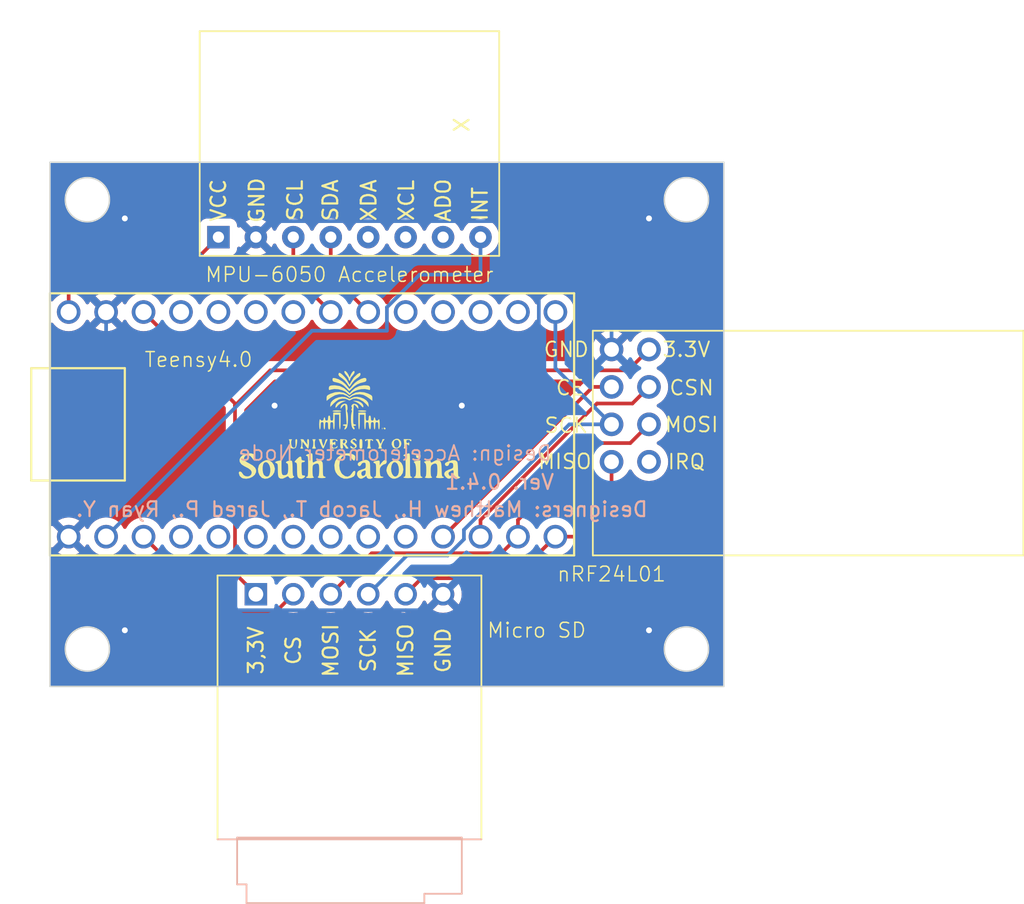
<source format=kicad_pcb>
(kicad_pcb (version 20221018) (generator pcbnew)
  (layers (0 "F.Cu" signal) (31 "B.Cu" signal) (34 "B.Paste" user) (35 "F.Paste" user) (36 "B.SilkS" user "B.Silkscreen") (37 "F.SilkS" user "F.Silkscreen") (38 "B.Mask" user) (39 "F.Mask" user) (44 "Edge.Cuts" user))
  (net 0 "")
  (net 1 "Net-(A1-VCC)")
  (net 2 "Net-(A1-SCL)")
  (net 3 "Net-(A1-SDA)")
  (net 7 "Net-(A1-INT)")
  (net 8 "Net-(Micro_SD1-CLK)")
  (net 9 "Net-(Micro_SD1-MOSI)")
  (net 10 "Net-(Micro_SD1-3.3V)")
  (net 11 "Net-(Micro_SD1-CS)")
  (net 19 "Net-(U1-10_CS_MQSR)")
  (net 20 "Net-(U1-9_OUT1C)")
  (net 30 "GND")
  (net 31 "Net-(Micro_SD1-MISO)")
  (footprint "Arts:USC_logo" (layer "F.Cu") (at 69.85 63.5)
    (fp_text reference "G***" hide)
    (fp_text value "LOGO" hide)
  )
  (footprint "Arts:Teensy40_sensor_package_edit" (layer "F.Cu") (at 67.31 63.5)
    (fp_text reference "U1" hide)
    (fp_text value "Teensy4.0-teensy-ARTS-Lab")
    (pad "1" thru_hole circle (at -16.51 7.62) (size 1.6 1.6) (drill 1.1) (layers "*.Cu" "*.Mask") (net 30 "GND"))
    (pad "2" thru_hole circle (at -13.97 7.62) (size 1.6 1.6) (drill 1.1) (layers "*.Cu" "*.Mask") (net 7 "Net-(A1-INT)"))
    (pad "3" thru_hole circle (at -11.43 7.62) (size 1.6 1.6) (drill 1.1) (layers "*.Cu" "*.Mask") (net 11 "Net-(Micro_SD1-CS)"))
    (pad "4" thru_hole circle (at -8.89 7.62) (size 1.6 1.6) (drill 1.1) (layers "*.Cu" "*.Mask"))
    (pad "5" thru_hole circle (at -6.35 7.62) (size 1.6 1.6) (drill 1.1) (layers "*.Cu" "*.Mask"))
    (pad "6" thru_hole circle (at -3.81 7.62) (size 1.6 1.6) (drill 1.1) (layers "*.Cu" "*.Mask"))
    (pad "7" thru_hole circle (at -1.27 7.62) (size 1.6 1.6) (drill 1.1) (layers "*.Cu" "*.Mask"))
    (pad "8" thru_hole circle (at 1.27 7.62) (size 1.6 1.6) (drill 1.1) (layers "*.Cu" "*.Mask"))
    (pad "9" thru_hole circle (at 3.81 7.62) (size 1.6 1.6) (drill 1.1) (layers "*.Cu" "*.Mask"))
    (pad "10" thru_hole circle (at 6.35 7.62) (size 1.6 1.6) (drill 1.1) (layers "*.Cu" "*.Mask"))
    (pad "11" thru_hole circle (at 8.89 7.62) (size 1.6 1.6) (drill 1.1) (layers "*.Cu" "*.Mask") (net 20 "Net-(U1-9_OUT1C)"))
    (pad "12" thru_hole circle (at 11.43 7.62) (size 1.6 1.6) (drill 1.1) (layers "*.Cu" "*.Mask") (net 19 "Net-(U1-10_CS_MQSR)"))
    (pad "13" thru_hole circle (at 13.97 7.62) (size 1.6 1.6) (drill 1.1) (layers "*.Cu" "*.Mask") (net 9 "Net-(Micro_SD1-MOSI)"))
    (pad "14" thru_hole circle (at 16.51 7.62) (size 1.6 1.6) (drill 1.1) (layers "*.Cu" "*.Mask") (net 31 "Net-(Micro_SD1-MISO)"))
    (pad "20" thru_hole circle (at 16.51 -7.62) (size 1.6 1.6) (drill 1.1) (layers "*.Cu" "*.Mask") (net 8 "Net-(Micro_SD1-CLK)"))
    (pad "21" thru_hole circle (at 13.97 -7.62) (size 1.6 1.6) (drill 1.1) (layers "*.Cu" "*.Mask"))
    (pad "22" thru_hole circle (at 11.43 -7.62) (size 1.6 1.6) (drill 1.1) (layers "*.Cu" "*.Mask"))
    (pad "23" thru_hole circle (at 8.89 -7.62) (size 1.6 1.6) (drill 1.1) (layers "*.Cu" "*.Mask"))
    (pad "24" thru_hole circle (at 6.35 -7.62) (size 1.6 1.6) (drill 1.1) (layers "*.Cu" "*.Mask"))
    (pad "25" thru_hole circle (at 3.81 -7.62) (size 1.6 1.6) (drill 1.1) (layers "*.Cu" "*.Mask") (net 3 "Net-(A1-SDA)"))
    (pad "26" thru_hole circle (at 1.27 -7.62) (size 1.6 1.6) (drill 1.1) (layers "*.Cu" "*.Mask") (net 2 "Net-(A1-SCL)"))
    (pad "27" thru_hole circle (at -1.27 -7.62) (size 1.6 1.6) (drill 1.1) (layers "*.Cu" "*.Mask"))
    (pad "28" thru_hole circle (at -3.81 -7.62) (size 1.6 1.6) (drill 1.1) (layers "*.Cu" "*.Mask"))
    (pad "29" thru_hole circle (at -6.35 -7.62) (size 1.6 1.6) (drill 1.1) (layers "*.Cu" "*.Mask"))
    (pad "30" thru_hole circle (at -8.89 -7.62) (size 1.6 1.6) (drill 1.1) (layers "*.Cu" "*.Mask"))
    (pad "31" thru_hole circle (at -11.43 -7.62) (size 1.6 1.6) (drill 1.1) (layers "*.Cu" "*.Mask") (net 10 "Net-(Micro_SD1-3.3V)"))
    (pad "32" thru_hole circle (at -13.97 -7.62) (size 1.6 1.6) (drill 1.1) (layers "*.Cu" "*.Mask") (net 30 "GND"))
    (pad "33" thru_hole circle (at -16.51 -7.62) (size 1.6 1.6) (drill 1.1) (layers "*.Cu" "*.Mask") (net 1 "Net-(A1-VCC)"))
  )
  (footprint "Stuff:MPU6050_Sensor_package_edit" (layer "F.Cu") (at 60.96 50.8 90)
    (fp_text reference "MPU-6050 Accelerometer" (at -2.54 8.89 180) (layer "F.SilkS") (effects (font (thickness 0.1))))
    (fp_text value "MPU6050_Module")
    (fp_text user "VCC" (at 2.5 0 90) (layer "F.SilkS"))
    (fp_text user "SCL" (at 2.5 5.2 90) (layer "F.SilkS"))
    (fp_text user "GND" (at 2.5 2.6 90) (layer "F.SilkS"))
    (fp_text user "XCL" (at 2.5 12.75 90) (layer "F.SilkS"))
    (fp_text user "X" (at 7.62 16.51 90) (layer "F.SilkS"))
    (fp_text user "XDA" (at 2.5 10.2 90) (layer "F.SilkS"))
    (fp_text user "INT" (at 2.25 17.75 90) (layer "F.SilkS"))
    (fp_text user "ADO" (at 2.5 15.25 90) (layer "F.SilkS"))
    (fp_text user "SDA" (at 2.5 7.6 90) (layer "F.SilkS"))
    (pad "1" thru_hole rect (at 0 0 90) (size 1.524 1.524) (drill 0.762) (layers "*.Cu" "*.Mask") (net 1 "Net-(A1-VCC)"))
    (pad "2" thru_hole circle (at 0 2.54 90) (size 1.524 1.524) (drill 0.762) (layers "*.Cu" "*.Mask") (net 30 "GND"))
    (pad "3" thru_hole circle (at 0 5.08 90) (size 1.524 1.524) (drill 0.762) (layers "*.Cu" "*.Mask") (net 2 "Net-(A1-SCL)"))
    (pad "4" thru_hole circle (at 0 7.62 90) (size 1.524 1.524) (drill 0.762) (layers "*.Cu" "*.Mask") (net 3 "Net-(A1-SDA)"))
    (pad "5" thru_hole circle (at 0 10.16 90) (size 1.524 1.524) (drill 0.762) (layers "*.Cu" "*.Mask"))
    (pad "6" thru_hole circle (at 0 12.7 90) (size 1.524 1.524) (drill 0.762) (layers "*.Cu" "*.Mask"))
    (pad "7" thru_hole circle (at 0 15.24 90) (size 1.524 1.524) (drill 0.762) (layers "*.Cu" "*.Mask"))
    (pad "8" thru_hole circle (at 0 17.78 90) (size 1.524 1.524) (drill 0.762) (layers "*.Cu" "*.Mask") (net 7 "Net-(A1-INT)"))
  )
  (footprint "Arts:small_microSD_sensor_package_edit" (layer "F.Cu") (at 70.485 71.85)
    (fp_text reference "Micro SD" (at 12.065 5.62) (layer "F.SilkS") (effects (font (thickness 0.1))))
    (fp_text value "microSD_small-ARTS-Lab")
    (fp_text user "GND" (at 5.715 6.985 90) (layer "F.SilkS"))
    (fp_text user "CS" (at -4.445 6.985 90) (layer "F.SilkS"))
    (fp_text user "SCK" (at 0.635 6.985 90) (layer "F.SilkS"))
    (fp_text user "MISO" (at 3.175 6.985 90) (layer "F.SilkS"))
    (fp_text user "MOSI" (at -1.905 6.985 90) (layer "F.SilkS"))
    (fp_text user "3,3V" (at -6.985 6.985 90) (layer "F.SilkS"))
    (pad "1" thru_hole rect (at -6.985 3.175) (size 1.524 1.524) (drill 1) (layers "*.Cu" "*.Mask") (net 10 "Net-(Micro_SD1-3.3V)"))
    (pad "2" thru_hole circle (at -4.445 3.175) (size 1.524 1.524) (drill 1) (layers "*.Cu" "*.Mask") (net 11 "Net-(Micro_SD1-CS)"))
    (pad "3" thru_hole circle (at -1.905 3.175) (size 1.524 1.524) (drill 1) (layers "*.Cu" "*.Mask") (net 9 "Net-(Micro_SD1-MOSI)"))
    (pad "4" thru_hole circle (at 0.635 3.175) (size 1.524 1.524) (drill 1) (layers "*.Cu" "*.Mask") (net 8 "Net-(Micro_SD1-CLK)"))
    (pad "5" thru_hole circle (at 3.175 3.175) (size 1.524 1.524) (drill 1) (layers "*.Cu" "*.Mask") (net 31 "Net-(Micro_SD1-MISO)"))
    (pad "6" thru_hole circle (at 5.715 3.175) (size 1.524 1.524) (drill 1) (layers "*.Cu" "*.Mask") (net 30 "GND"))
  )
  (footprint "Arts:nRF24L01+_sensor_package_edit_V0_2" (layer "F.Cu") (at 99.06 64.77 -90)
    (fp_text reference "nRF24L01" (at 8.89 11.43 180) (layer "F.SilkS") (effects (font (thickness 0.1))))
    (fp_text value "nRF24L01+-ARTS-Lab")
    (fp_text user "IRQ" (at 1.27 6.35) (layer "F.SilkS") (effects (font (thickness 0.125))))
    (fp_text user "SCK" (at -1.2 14.5) (layer "F.SilkS") (effects (font (thickness 0.125))))
    (fp_text user "3.3V" (at -6.35 6.35) (layer "F.SilkS") (effects (font (thickness 0.125))))
    (fp_text user "MISO" (at 1.25 14.6) (layer "F.SilkS") (effects (font (thickness 0.125))))
    (fp_text user "CSN" (at -3.75 6) (layer "F.SilkS") (effects (font (thickness 0.125))))
    (fp_text user "CE" (at -3.75 14.25) (layer "F.SilkS") (effects (font (thickness 0.125))))
    (fp_text user "MOSI" (at -1.25 6) (layer "F.SilkS") (effects (font (thickness 0.125))))
    (fp_text user "GND" (at -6.35 14.5) (layer "F.SilkS") (effects (font (thickness 0.125))))
    (pad "1" thru_hole circle (at -6.35 8.89 270) (size 1.6 1.6) (drill 1) (layers "*.Cu" "*.Mask") (net 10 "Net-(Micro_SD1-3.3V)"))
    (pad "2" thru_hole circle (at -3.81 8.89 270) (size 1.6 1.6) (drill 1) (layers "*.Cu" "*.Mask") (net 19 "Net-(U1-10_CS_MQSR)"))
    (pad "3" thru_hole circle (at -1.27 8.89 270) (size 1.6 1.6) (drill 1) (layers "*.Cu" "*.Mask") (net 9 "Net-(Micro_SD1-MOSI)"))
    (pad "4" thru_hole circle (at 1.27 8.89 270) (size 1.6 1.6) (drill 1) (layers "*.Cu" "*.Mask"))
    (pad "5" thru_hole circle (at -6.35 11.43 270) (size 1.6 1.6) (drill 1) (layers "*.Cu" "*.Mask") (net 30 "GND"))
    (pad "6" thru_hole circle (at -3.81 11.43 270) (size 1.6 1.6) (drill 1) (layers "*.Cu" "*.Mask") (net 20 "Net-(U1-9_OUT1C)"))
    (pad "7" thru_hole circle (at -1.27 11.43 270) (size 1.6 1.6) (drill 1) (layers "*.Cu" "*.Mask") (net 8 "Net-(Micro_SD1-CLK)"))
    (pad "8" thru_hole circle (at 1.27 11.43 270) (size 1.6 1.6) (drill 1) (layers "*.Cu" "*.Mask") (net 31 "Net-(Micro_SD1-MISO)"))
  )
  (gr_circle (center 52.07 48.26) (end 53.57 48.26) (stroke (width 0.1)) (fill none) (layer "Edge.Cuts"))
  (gr_rect (start 49.53 45.72) (end 95.25 81.28) (stroke (width 0.1)) (fill none) (layer "Edge.Cuts"))
  (gr_circle (center 92.71 78.74) (end 94.21 78.74) (stroke (width 0.1)) (fill none) (layer "Edge.Cuts"))
  (gr_circle (center 52.07 78.74) (end 53.57 78.74) (stroke (width 0.1)) (fill none) (layer "Edge.Cuts"))
  (gr_circle (center 92.71 48.26) (end 94.21 48.26) (stroke (width 0.1)) (fill none) (layer "Edge.Cuts"))
  (gr_text "Ver. 0.4.1" (at 83.82 68) (layer "B.SilkS") (effects (font (size 1 1)) (justify left bottom mirror)))
  (gr_text "Design: Accelerometer Node" (at 62.23 66.04) (layer "B.SilkS") (effects (font (size 1 1) (thickness 0.125)) (justify right bottom mirror)))
  (gr_text "Designers: Matthew H., Jacob T., Jared P., Ryan Y." (at 90.17 69.85) (layer "B.SilkS") (effects (font (size 1 1)) (justify left bottom mirror)))
  (gr_text "Teensy4.0" (at 55.88 59.69) (layer "F.SilkS") (effects (font (size 1 1) (thickness 0.1)) (justify left bottom)))
  (segment (start 50.8 53.34) (end 58.42 53.34) (width 0.25) (layer "F.Cu") (net 1))
  (segment (start 58.42 53.34) (end 60.96 50.8) (width 0.25) (layer "F.Cu") (net 1))
  (segment (start 50.8 55.88) (end 50.8 53.34) (width 0.25) (layer "F.Cu") (net 1))
  (segment (start 66.04 53.34) (end 68.58 55.88) (width 0.25) (layer "F.Cu") (net 2))
  (segment (start 66.04 50.8) (end 66.04 53.34) (width 0.25) (layer "F.Cu") (net 2))
  (segment (start 68.58 53.34) (end 71.12 55.88) (width 0.25) (layer "F.Cu") (net 3))
  (segment (start 68.58 50.8) (end 68.58 53.34) (width 0.25) (layer "F.Cu") (net 3))
  (segment (start 67.31 57.15) (end 72.39 57.15) (width 0.25) (layer "B.Cu") (net 7))
  (segment (start 74.609009 53.34) (end 78.74 53.34) (width 0.25) (layer "B.Cu") (net 7))
  (segment (start 78.74 53.34) (end 78.74 50.8) (width 0.25) (layer "B.Cu") (net 7))
  (segment (start 72.39 57.15) (end 72.39 55.559009) (width 0.25) (layer "B.Cu") (net 7))
  (segment (start 53.34 71.12) (end 67.31 57.15) (width 0.25) (layer "B.Cu") (net 7))
  (segment (start 72.39 55.559009) (end 74.609009 53.34) (width 0.25) (layer "B.Cu") (net 7))
  (segment (start 83.82 59.69) (end 87.63 63.5) (width 0.25) (layer "B.Cu") (net 8))
  (segment (start 76.520991 72.39) (end 77.615 71.295991) (width 0.25) (layer "B.Cu") (net 8))
  (segment (start 83.82 55.88) (end 83.82 59.69) (width 0.25) (layer "B.Cu") (net 8))
  (segment (start 84.769009 63.5) (end 87.63 63.5) (width 0.25) (layer "B.Cu") (net 8))
  (segment (start 77.615 70.654009) (end 84.769009 63.5) (width 0.25) (layer "B.Cu") (net 8))
  (segment (start 73.755 72.39) (end 76.520991 72.39) (width 0.25) (layer "B.Cu") (net 8))
  (segment (start 71.12 75.025) (end 73.755 72.39) (width 0.25) (layer "B.Cu") (net 8))
  (segment (start 77.615 71.295991) (end 77.615 70.654009) (width 0.25) (layer "B.Cu") (net 8))
  (segment (start 71.12 75.025) (end 71.345991 75.025) (width 0.25) (layer "B.Cu") (net 8))
  (segment (start 80.155 72.245) (end 81.28 71.12) (width 0.25) (layer "F.Cu") (net 9))
  (segment (start 88.9 64.77) (end 90.17 63.5) (width 0.25) (layer "F.Cu") (net 9))
  (segment (start 81.28 71.12) (end 81.28 69.98863) (width 0.25) (layer "F.Cu") (net 9))
  (segment (start 81.28 69.98863) (end 86.49863 64.77) (width 0.25) (layer "F.Cu") (net 9))
  (segment (start 86.49863 64.77) (end 88.9 64.77) (width 0.25) (layer "F.Cu") (net 9))
  (segment (start 68.58 75.025) (end 71.36 72.245) (width 0.25) (layer "F.Cu") (net 9))
  (segment (start 71.36 72.245) (end 80.155 72.245) (width 0.25) (layer "F.Cu") (net 9))
  (segment (start 62.085 62.085) (end 62.085 62.23) (width 0.25) (layer "F.Cu") (net 10))
  (segment (start 62.085 62.23) (end 62.085 73.61) (width 0.25) (layer "F.Cu") (net 10))
  (segment (start 64.48 59.835) (end 62.085 62.23) (width 0.25) (layer "F.Cu") (net 10))
  (segment (start 58.275 58.275) (end 55.88 55.88) (width 0.25) (layer "F.Cu") (net 10))
  (segment (start 90.17 58.42) (end 88.755 59.835) (width 0.25) (layer "F.Cu") (net 10))
  (segment (start 88.755 59.835) (end 64.48 59.835) (width 0.25) (layer "F.Cu") (net 10))
  (segment (start 55.88 55.88) (end 62.085 62.085) (width 0.25) (layer "F.Cu") (net 10))
  (segment (start 62.085 73.61) (end 63.5 75.025) (width 0.25) (layer "F.Cu") (net 10))
  (segment (start 64.865 76.2) (end 66.04 75.025) (width 0.25) (layer "F.Cu") (net 11))
  (segment (start 55.88 71.12) (end 60.96 76.2) (width 0.25) (layer "F.Cu") (net 11))
  (segment (start 60.96 76.2) (end 64.865 76.2) (width 0.25) (layer "F.Cu") (net 11))
  (segment (start 78.74 71.12) (end 78.74 69.98863) (width 0.25) (layer "F.Cu") (net 19))
  (segment (start 89.045 62.085) (end 90.17 60.96) (width 0.25) (layer "F.Cu") (net 19))
  (segment (start 86.64363 62.085) (end 89.045 62.085) (width 0.25) (layer "F.Cu") (net 19))
  (segment (start 78.74 69.98863) (end 86.64363 62.085) (width 0.25) (layer "F.Cu") (net 19))
  (segment (start 86.36 60.96) (end 87.63 60.96) (width 0.25) (layer "F.Cu") (net 20))
  (segment (start 76.2 71.12) (end 86.36 60.96) (width 0.25) (layer "F.Cu") (net 20))
  (segment (start 50.8 71.12) (end 51.355426 71.12) (width 0.25) (layer "F.Cu") (net 30))
  (via (at 90.17 77.47) (size 0.8) (drill 0.4) (layers "F.Cu" "B.Cu") (net 30))
  (via (at 54.61 77.47) (size 0.8) (drill 0.4) (layers "F.Cu" "B.Cu") (net 30))
  (via (at 77.47 62.23) (size 0.8) (drill 0.4) (layers "F.Cu" "B.Cu") (net 30))
  (via (at 54.61 49.53) (size 0.8) (drill 0.4) (layers "F.Cu" "B.Cu") (net 30))
  (via (at 90.17 49.53) (size 0.8) (drill 0.4) (layers "F.Cu" "B.Cu") (net 30))
  (via (at 64.77 62.23) (size 0.8) (drill 0.4) (layers "F.Cu" "B.Cu") (net 30))
  (segment (start 54.61 77.47) (end 57.15 74.93) (width 0.25) (layer "B.Cu") (net 30))
  (segment (start 76.2 75.025) (end 75.113 76.112) (width 0.25) (layer "B.Cu") (net 30))
  (segment (start 83.82 52.07) (end 84.455 52.705) (width 0.25) (layer "B.Cu") (net 30))
  (segment (start 82.695 54.465) (end 84.455 52.705) (width 0.25) (layer "B.Cu") (net 30))
  (segment (start 73.66 76.112) (end 58.332 76.112) (width 0.25) (layer "B.Cu") (net 30))
  (segment (start 87.63 55.88) (end 87.63 58.42) (width 0.25) (layer "B.Cu") (net 30))
  (segment (start 86.36 49.53) (end 83.82 52.07) (width 0.25) (layer "B.Cu") (net 30))
  (segment (start 81.463 49.713) (end 83.82 52.07) (width 0.25) (layer "B.Cu") (net 30))
  (segment (start 54.61 49.53) (end 58.42 53.34) (width 0.25) (layer "B.Cu") (net 30))
  (segment (start 60.96 53.34) (end 58.42 53.34) (width 0.25) (layer "B.Cu") (net 30))
  (segment (start 53.34 68.58) (end 50.8 71.12) (width 0.25) (layer "B.Cu") (net 30))
  (segment (start 75.113 76.112) (end 73.66 76.112) (width 0.25) (layer "B.Cu") (net 30))
  (segment (start 90.17 49.53) (end 86.36 49.53) (width 0.25) (layer "B.Cu") (net 30))
  (segment (start 53.34 55.88) (end 53.34 68.58) (width 0.25) (layer "B.Cu") (net 30))
  (segment (start 53.34 73.66) (end 50.8 71.12) (width 0.25) (layer "B.Cu") (net 30))
  (segment (start 58.42 53.34) (end 55.88 53.34) (width 0.25) (layer "B.Cu") (net 30))
  (segment (start 77.47 62.23) (end 64.77 62.23) (width 0.25) (layer "B.Cu") (net 30))
  (segment (start 90.17 77.47) (end 75.018 77.47) (width 0.25) (layer "B.Cu") (net 30))
  (segment (start 58.332 76.112) (end 57.15 74.93) (width 0.25) (layer "B.Cu") (net 30))
  (segment (start 55.88 53.34) (end 53.34 55.88) (width 0.25) (layer "B.Cu") (net 30))
  (segment (start 82.695 57.005) (end 82.695 54.465) (width 0.25) (layer "B.Cu") (net 30))
  (segment (start 84.455 52.705) (end 87.63 55.88) (width 0.25) (layer "B.Cu") (net 30))
  (segment (start 63.5 50.8) (end 64.587 49.713) (width 0.25) (layer "B.Cu") (net 30))
  (segment (start 75.018 77.47) (end 73.66 76.112) (width 0.25) (layer "B.Cu") (net 30))
  (segment (start 77.47 62.23) (end 82.695 57.005) (width 0.25) (layer "B.Cu") (net 30))
  (segment (start 57.15 74.93) (end 55.88 73.66) (width 0.25) (layer "B.Cu") (net 30))
  (segment (start 64.587 49.713) (end 81.463 49.713) (width 0.25) (layer "B.Cu") (net 30))
  (segment (start 55.88 73.66) (end 53.34 73.66) (width 0.25) (layer "B.Cu") (net 30))
  (segment (start 63.5 50.8) (end 60.96 53.34) (width 0.25) (layer "B.Cu") (net 30))
  (segment (start 85.09 71.12) (end 87.63 68.58) (width 0.25) (layer "F.Cu") (net 31))
  (segment (start 87.63 68.58) (end 87.63 66.04) (width 0.25) (layer "F.Cu") (net 31))
  (segment (start 83.82 71.12) (end 85.09 71.12) (width 0.25) (layer "F.Cu") (net 31))
  (segment (start 74.747 73.938) (end 81.002 73.938) (width 0.25) (layer "F.Cu") (net 31))
  (segment (start 73.66 75.025) (end 74.747 73.938) (width 0.25) (layer "F.Cu") (net 31))
  (segment (start 81.002 73.938) (end 83.82 71.12) (width 0.25) (layer "F.Cu") (net 31))
  (zone (net 30) (net_name "GND") (layers "F&B.Cu") (connect_pads (clearance 0.5)) (min_thickness 0.25) (fill yes (thermal_gap 0.5) (thermal_bridge_width 0.5))
    (polygon (pts (xy 49.53 45.72) (xy 95.25 45.72) (xy 95.25 81.28) (xy 49.53 81.28)))
  )
)
</source>
